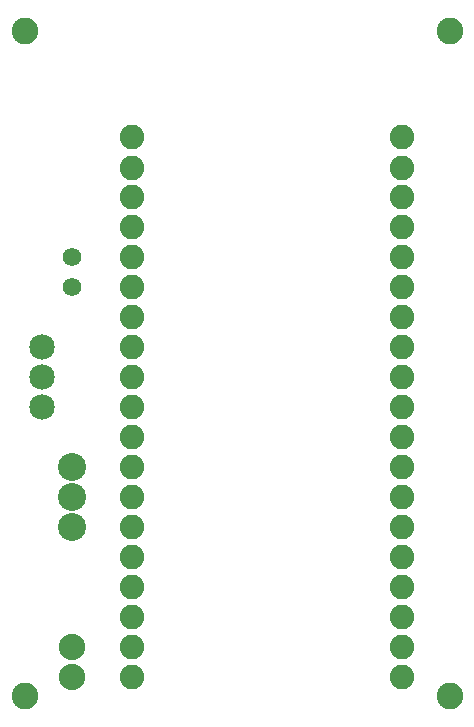
<source format=gbs>
G04 MADE WITH FRITZING*
G04 WWW.FRITZING.ORG*
G04 DOUBLE SIDED*
G04 HOLES PLATED*
G04 CONTOUR ON CENTER OF CONTOUR VECTOR*
%ASAXBY*%
%FSLAX23Y23*%
%MOIN*%
%OFA0B0*%
%SFA1.0B1.0*%
%ADD10C,0.088740*%
%ADD11C,0.093307*%
%ADD12C,0.088000*%
%ADD13C,0.081858*%
%ADD14C,0.061496*%
%ADD15C,0.085000*%
%LNMASK0*%
G90*
G70*
G54D10*
X1497Y2292D03*
X80Y2292D03*
X80Y73D03*
X1497Y73D03*
G54D11*
X238Y836D03*
X238Y736D03*
X238Y636D03*
G54D12*
X238Y236D03*
X238Y136D03*
G54D13*
X438Y1936D03*
X438Y1835D03*
X438Y1736D03*
X438Y1636D03*
X438Y1536D03*
X438Y1436D03*
X438Y1336D03*
X438Y1236D03*
X438Y1136D03*
X438Y1036D03*
X438Y936D03*
X438Y836D03*
X438Y736D03*
X438Y636D03*
X438Y536D03*
X438Y436D03*
X438Y337D03*
X438Y236D03*
X438Y136D03*
X1338Y136D03*
X1338Y236D03*
X1338Y337D03*
X1338Y436D03*
X1338Y536D03*
X1338Y636D03*
X1338Y736D03*
X1338Y836D03*
X1338Y936D03*
X1338Y1036D03*
X1338Y1136D03*
X1338Y1236D03*
X1338Y1336D03*
X1338Y1436D03*
X1338Y1536D03*
X1338Y1636D03*
X1338Y1736D03*
X1338Y1835D03*
X1338Y1936D03*
G54D14*
X238Y1536D03*
X238Y1436D03*
G54D15*
X138Y1236D03*
X138Y1136D03*
X138Y1036D03*
G04 End of Mask0*
M02*
</source>
